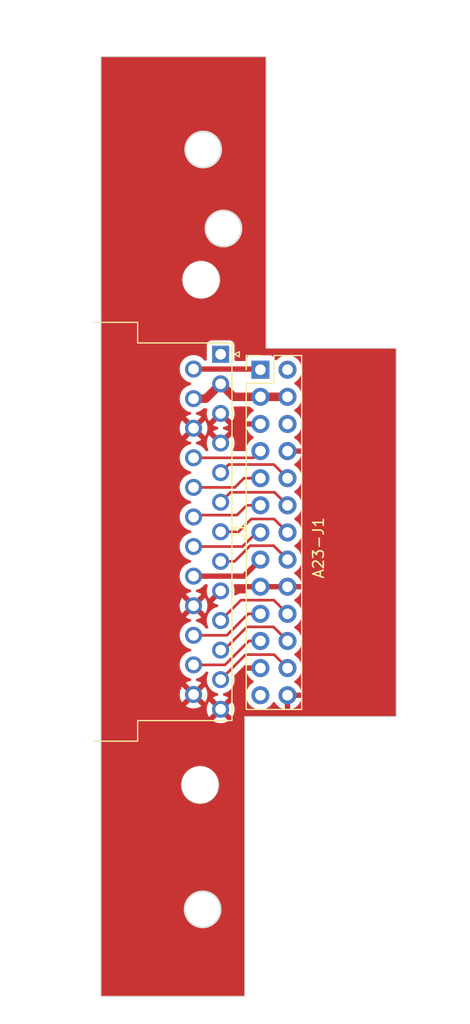
<source format=kicad_pcb>
(kicad_pcb (version 20221018) (generator pcbnew)
  (layers (0 "F.Cu" signal) (31 "B.Cu" signal) (34 "B.Paste" user) (35 "F.Paste" user) (36 "B.SilkS" user "B.Silkscreen") (37 "F.SilkS" user "F.Silkscreen") (38 "B.Mask" user) (39 "F.Mask" user) (44 "Edge.Cuts" user))
  (net 0 "")
  (net 1 "+5V")
  (net 2 "GND")
  (net 3 "POD6")
  (net 4 "POD4")
  (net 5 "POD2")
  (net 6 "POD0")
  (net 7 "~{PODSYNC}")
  (net 8 "PODPWRFAIL")
  (net 9 "~{MAINSTAT}")
  (net 10 "+12V")
  (net 11 "POD7")
  (net 12 "POD5")
  (net 13 "POD3")
  (net 14 "POD1")
  (net 15 "-5V")
  (net 16 "~{PODRESET}")
  (net 17 "~{PODSTAT}")
  (footprint "68KCPU:PinHeader_2x13_P2.54mm_Vertical_Fluke_Numbering" (layer "F.Cu") (at 74.96 80.72)
    (fp_text reference "A23-J1" (at 5.44 16.68 90) (layer "F.SilkS"))
    (fp_text value "A23-J1_Connector")
    (fp_line (start -1.33 -1.33) (end 0 -1.33) (stroke (width 0.12)) (layer "F.SilkS"))
    (fp_line (start -1.33 0) (end -1.33 -1.33) (stroke (width 0.12)) (layer "F.SilkS"))
    (fp_line (start -1.33 1.27) (end -1.33 31.81) (stroke (width 0.12)) (layer "F.SilkS"))
    (fp_line (start -1.33 1.27) (end 1.27 1.27) (stroke (width 0.12)) (layer "F.SilkS"))
    (fp_line (start -1.33 31.81) (end 3.87 31.81) (stroke (width 0.12)) (layer "F.SilkS"))
    (fp_line (start 1.27 -1.33) (end 3.87 -1.33) (stroke (width 0.12)) (layer "F.SilkS"))
    (fp_line (start 1.27 1.27) (end 1.27 -1.33) (stroke (width 0.12)) (layer "F.SilkS"))
    (fp_line (start 3.87 -1.33) (end 3.87 31.81) (stroke (width 0.12)) (layer "F.SilkS"))
    (pad "1" thru_hole oval (at 2.54 0) (size 1.7 1.7) (drill 1) (layers "*.Cu" "*.Mask"))
    (pad "2" thru_hole oval (at 2.54 2.54) (size 1.7 1.7) (drill 1) (layers "*.Cu" "*.Mask") (net 1 "+5V"))
    (pad "3" thru_hole oval (at 2.54 5.08) (size 1.7 1.7) (drill 1) (layers "*.Cu" "*.Mask"))
    (pad "4" thru_hole oval (at 2.54 7.62) (size 1.7 1.7) (drill 1) (layers "*.Cu" "*.Mask") (net 2 "GND"))
    (pad "5" thru_hole oval (at 2.54 10.16) (size 1.7 1.7) (drill 1) (layers "*.Cu" "*.Mask") (net 3 "POD6"))
    (pad "6" thru_hole oval (at 2.54 12.7) (size 1.7 1.7) (drill 1) (layers "*.Cu" "*.Mask") (net 4 "POD4"))
    (pad "7" thru_hole oval (at 2.54 15.24) (size 1.7 1.7) (drill 1) (layers "*.Cu" "*.Mask") (net 5 "POD2"))
    (pad "8" thru_hole oval (at 2.54 17.78) (size 1.7 1.7) (drill 1) (layers "*.Cu" "*.Mask") (net 6 "POD0"))
    (pad "9" thru_hole oval (at 2.54 20.32) (size 1.7 1.7) (drill 1) (layers "*.Cu" "*.Mask") (net 2 "GND"))
    (pad "10" thru_hole oval (at 2.54 22.86) (size 1.7 1.7) (drill 1) (layers "*.Cu" "*.Mask") (net 7 "~{PODSYNC}"))
    (pad "11" thru_hole oval (at 2.54 25.4) (size 1.7 1.7) (drill 1) (layers "*.Cu" "*.Mask") (net 8 "PODPWRFAIL"))
    (pad "12" thru_hole oval (at 2.54 27.94) (size 1.7 1.7) (drill 1) (layers "*.Cu" "*.Mask") (net 9 "~{MAINSTAT}"))
    (pad "13" thru_hole oval (at 2.54 30.48) (size 1.7 1.7) (drill 1) (layers "*.Cu" "*.Mask") (net 2 "GND"))
    (pad "14" thru_hole rect (at 0 0) (size 1.7 1.7) (drill 1) (layers "*.Cu" "*.Mask") (net 10 "+12V"))
    (pad "15" thru_hole oval (at 0 2.54) (size 1.7 1.7) (drill 1) (layers "*.Cu" "*.Mask") (net 1 "+5V"))
    (pad "16" thru_hole oval (at 0 5.08) (size 1.7 1.7) (drill 1) (layers "*.Cu" "*.Mask") (net 2 "GND"))
    (pad "17" thru_hole oval (at 0 7.62) (size 1.7 1.7) (drill 1) (layers "*.Cu" "*.Mask") (net 11 "POD7"))
    (pad "18" thru_hole oval (at 0 10.16) (size 1.7 1.7) (drill 1) (layers "*.Cu" "*.Mask") (net 12 "POD5"))
    (pad "19" thru_hole oval (at 0 12.7) (size 1.7 1.7) (drill 1) (layers "*.Cu" "*.Mask") (net 13 "POD3"))
    (pad "20" thru_hole oval (at 0 15.24) (size 1.7 1.7) (drill 1) (layers "*.Cu" "*.Mask") (net 14 "POD1"))
    (pad "21" thru_hole oval (at 0 17.78) (size 1.7 1.7) (drill 1) (layers "*.Cu" "*.Mask") (net 15 "-5V"))
    (pad "22" thru_hole oval (at 0 20.32) (size 1.7 1.7) (drill 1) (layers "*.Cu" "*.Mask") (net 2 "GND"))
    (pad "23" thru_hole oval (at 0 22.86) (size 1.7 1.7) (drill 1) (layers "*.Cu" "*.Mask") (net 16 "~{PODRESET}"))
    (pad "24" thru_hole oval (at 0 25.4) (size 1.7 1.7) (drill 1) (layers "*.Cu" "*.Mask") (net 17 "~{PODSTAT}"))
    (pad "25" thru_hole oval (at 0 27.94) (size 1.7 1.7) (drill 1) (layers "*.Cu" "*.Mask") (net 2 "GND"))
    (pad "26" thru_hole oval (at 0 30.48) (size 1.7 1.7) (drill 1) (layers "*.Cu" "*.Mask"))
  )
  (footprint "Connector_Dsub:DSUB-25_Male_Horizontal_P2.77x2.54mm_EdgePinOffset9.40mm" (layer "F.Cu") (at 71.230331 79.275 -90)
    (fp_text reference "J1" (at 16.62 -1.8 90) (layer "F.SilkS"))
    (fp_text value "DB25_Plug")
    (fp_line (start -2.99 7.78) (end -1.06 7.78) (stroke (width 0.12)) (layer "F.SilkS"))
    (fp_line (start -2.99 11.88) (end -2.99 7.78) (stroke (width 0.12)) (layer "F.SilkS"))
    (fp_line (start -1.06 -1.06) (end 34.3 -1.06) (stroke (width 0.12)) (layer "F.SilkS"))
    (fp_line (start -1.06 7.78) (end -1.06 -1.06) (stroke (width 0.12)) (layer "F.SilkS"))
    (fp_line (start -0.25 -1.754338) (end 0.25 -1.754338) (stroke (width 0.12)) (layer "F.SilkS"))
    (fp_line (start 0 -1.321325) (end -0.25 -1.754338) (stroke (width 0.12)) (layer "F.SilkS"))
    (fp_line (start 0.25 -1.754338) (end 0 -1.321325) (stroke (width 0.12)) (layer "F.SilkS"))
    (fp_line (start 34.3 -1.06) (end 34.3 7.78) (stroke (width 0.12)) (layer "F.SilkS"))
    (fp_line (start 34.3 7.78) (end 36.23 7.78) (stroke (width 0.12)) (layer "F.SilkS"))
    (fp_line (start 36.23 7.78) (end 36.23 11.88) (stroke (width 0.12)) (layer "F.SilkS"))
    (pad "1" thru_hole rect (at 0 0 270) (size 1.6 1.6) (drill 1) (layers "*.Cu" "*.Mask"))
    (pad "2" thru_hole circle (at 2.77 0 270) (size 1.6 1.6) (drill 1) (layers "*.Cu" "*.Mask") (net 1 "+5V"))
    (pad "3" thru_hole circle (at 5.54 0 270) (size 1.6 1.6) (drill 1) (layers "*.Cu" "*.Mask") (net 2 "GND"))
    (pad "4" thru_hole circle (at 8.31 0 270) (size 1.6 1.6) (drill 1) (layers "*.Cu" "*.Mask") (net 2 "GND"))
    (pad "5" thru_hole circle (at 11.08 0 270) (size 1.6 1.6) (drill 1) (layers "*.Cu" "*.Mask") (net 3 "POD6"))
    (pad "6" thru_hole circle (at 13.85 0 270) (size 1.6 1.6) (drill 1) (layers "*.Cu" "*.Mask") (net 4 "POD4"))
    (pad "7" thru_hole circle (at 16.62 0 270) (size 1.6 1.6) (drill 1) (layers "*.Cu" "*.Mask") (net 5 "POD2"))
    (pad "8" thru_hole circle (at 19.39 0 270) (size 1.6 1.6) (drill 1) (layers "*.Cu" "*.Mask") (net 6 "POD0"))
    (pad "9" thru_hole circle (at 22.16 0 270) (size 1.6 1.6) (drill 1) (layers "*.Cu" "*.Mask") (net 2 "GND"))
    (pad "10" thru_hole circle (at 24.93 0 270) (size 1.6 1.6) (drill 1) (layers "*.Cu" "*.Mask") (net 7 "~{PODSYNC}"))
    (pad "11" thru_hole circle (at 27.7 0 270) (size 1.6 1.6) (drill 1) (layers "*.Cu" "*.Mask") (net 8 "PODPWRFAIL"))
    (pad "12" thru_hole circle (at 30.47 0 270) (size 1.6 1.6) (drill 1) (layers "*.Cu" "*.Mask") (net 9 "~{MAINSTAT}"))
    (pad "13" thru_hole circle (at 33.24 0 270) (size 1.6 1.6) (drill 1) (layers "*.Cu" "*.Mask") (net 2 "GND"))
    (pad "14" thru_hole circle (at 1.385 2.54 270) (size 1.6 1.6) (drill 1) (layers "*.Cu" "*.Mask") (net 10 "+12V"))
    (pad "15" thru_hole circle (at 4.155 2.54 270) (size 1.6 1.6) (drill 1) (layers "*.Cu" "*.Mask") (net 1 "+5V"))
    (pad "16" thru_hole circle (at 6.925 2.54 270) (size 1.6 1.6) (drill 1) (layers "*.Cu" "*.Mask") (net 2 "GND"))
    (pad "17" thru_hole circle (at 9.695 2.54 270) (size 1.6 1.6) (drill 1) (layers "*.Cu" "*.Mask") (net 11 "POD7"))
    (pad "18" thru_hole circle (at 12.465 2.54 270) (size 1.6 1.6) (drill 1) (layers "*.Cu" "*.Mask") (net 12 "POD5"))
    (pad "19" thru_hole circle (at 15.235 2.54 270) (size 1.6 1.6) (drill 1) (layers "*.Cu" "*.Mask") (net 13 "POD3"))
    (pad "20" thru_hole circle (at 18.005 2.54 270) (size 1.6 1.6) (drill 1) (layers "*.Cu" "*.Mask") (net 14 "POD1"))
    (pad "21" thru_hole circle (at 20.775 2.54 270) (size 1.6 1.6) (drill 1) (layers "*.Cu" "*.Mask") (net 15 "-5V"))
    (pad "22" thru_hole circle (at 23.545 2.54 270) (size 1.6 1.6) (drill 1) (layers "*.Cu" "*.Mask") (net 2 "GND"))
    (pad "23" thru_hole circle (at 26.315 2.54 270) (size 1.6 1.6) (drill 1) (layers "*.Cu" "*.Mask") (net 16 "~{PODRESET}"))
    (pad "24" thru_hole circle (at 29.085 2.54 270) (size 1.6 1.6) (drill 1) (layers "*.Cu" "*.Mask") (net 17 "~{PODSTAT}"))
    (pad "25" thru_hole circle (at 31.855 2.54 270) (size 1.6 1.6) (drill 1) (layers "*.Cu" "*.Mask") (net 2 "GND"))
  )
  (gr_circle (center 69.3 119.6) (end 69.3 117.85) (stroke (width 0.05)) (fill none) (layer "Edge.Cuts"))
  (gr_line (start 75.5 78.7) (end 75.5 51.4) (stroke (width 0.1)) (layer "Edge.Cuts"))
  (gr_circle (center 69.542644 131.25) (end 71.2397 131.25) (stroke (width 0.15)) (fill none) (layer "Edge.Cuts"))
  (gr_line (start 73.5 139.4) (end 60 139.4) (stroke (width 0.1)) (layer "Edge.Cuts"))
  (gr_line (start 87.7 113.2) (end 87.7 78.7) (stroke (width 0.1)) (layer "Edge.Cuts"))
  (gr_circle (center 69.4 72.3) (end 69.4 70.55) (stroke (width 0.05)) (fill none) (layer "Edge.Cuts"))
  (gr_line (start 60 139.4) (end 60 51.4) (stroke (width 0.1)) (layer "Edge.Cuts"))
  (gr_line (start 60 51.4) (end 75.5 51.4) (stroke (width 0.1)) (layer "Edge.Cuts"))
  (gr_line (start 75.5 78.7) (end 87.7 78.7) (stroke (width 0.1)) (layer "Edge.Cuts"))
  (gr_circle (center 69.592644 60.1) (end 71.2897 60.1) (stroke (width 0.15)) (fill none) (layer "Edge.Cuts"))
  (gr_line (start 73.5 113.2) (end 73.5 139.4) (stroke (width 0.1)) (layer "Edge.Cuts"))
  (gr_line (start 73.5 113.2) (end 87.7 113.2) (stroke (width 0.1)) (layer "Edge.Cuts"))
  (gr_circle (center 71.492644 67.5) (end 73.1897 67.5) (stroke (width 0.15)) (fill none) (layer "Edge.Cuts"))
  (segment (start 94.6047 80.775) (end 94.618888 80.775) (width 0) (layer "F.Cu") (net 0))
  (segment (start 69.845331 83.43) (end 71.230331 82.045) (width 0.8) (layer "F.Cu") (net 1))
  (segment (start 72.445331 83.26) (end 74.96 83.26) (width 0.8) (layer "F.Cu") (net 1))
  (segment (start 71.230331 82.045) (end 72.445331 83.26) (width 0.8) (layer "F.Cu") (net 1))
  (segment (start 74.96 83.26) (end 77.5 83.26) (width 0.8) (layer "F.Cu") (net 1))
  (segment (start 68.690331 83.43) (end 69.845331 83.43) (width 0.8) (layer "F.Cu") (net 1))
  (segment (start 71.985331 89.6) (end 76.22 89.6) (width 0.25) (layer "F.Cu") (net 3))
  (segment (start 71.230331 90.355) (end 71.985331 89.6) (width 0.25) (layer "F.Cu") (net 3))
  (segment (start 76.22 89.6) (end 77.5 90.88) (width 0.25) (layer "F.Cu") (net 3))
  (segment (start 71.230331 93.125) (end 72.155331 92.2) (width 0.25) (layer "F.Cu") (net 4))
  (segment (start 76.28 92.2) (end 77.5 93.42) (width 0.25) (layer "F.Cu") (net 4))
  (segment (start 72.155331 92.2) (end 76.28 92.2) (width 0.25) (layer "F.Cu") (net 4))
  (segment (start 72.905 95.895) (end 74.1 94.7) (width 0.25) (layer "F.Cu") (net 5))
  (segment (start 74.1 94.7) (end 76.24 94.7) (width 0.25) (layer "F.Cu") (net 5))
  (segment (start 71.230331 95.895) (end 72.905 95.895) (width 0.25) (layer "F.Cu") (net 5))
  (segment (start 76.24 94.7) (end 77.5 95.96) (width 0.25) (layer "F.Cu") (net 5))
  (segment (start 72.535 98.665) (end 74 97.2) (width 0.25) (layer "F.Cu") (net 6))
  (segment (start 71.230331 98.665) (end 72.535 98.665) (width 0.25) (layer "F.Cu") (net 6))
  (segment (start 74 97.2) (end 76.2 97.2) (width 0.25) (layer "F.Cu") (net 6))
  (segment (start 76.2 97.2) (end 77.5 98.5) (width 0.25) (layer "F.Cu") (net 6))
  (segment (start 76.22 102.3) (end 77.5 103.58) (width 0.25) (layer "F.Cu") (net 7))
  (segment (start 73.135331 102.3) (end 76.22 102.3) (width 0.25) (layer "F.Cu") (net 7))
  (segment (start 71.230331 104.205) (end 73.135331 102.3) (width 0.25) (layer "F.Cu") (net 7))
  (segment (start 73.7 104.8) (end 76.18 104.8) (width 0.25) (layer "F.Cu") (net 8))
  (segment (start 71.525 106.975) (end 73.7 104.8) (width 0.25) (layer "F.Cu") (net 8))
  (segment (start 76.18 104.8) (end 77.5 106.12) (width 0.25) (layer "F.Cu") (net 8))
  (segment (start 71.230331 106.975) (end 71.525 106.975) (width 0.25) (layer "F.Cu") (net 8))
  (segment (start 73.575331 107.4) (end 76.24 107.4) (width 0.25) (layer "F.Cu") (net 9))
  (segment (start 76.24 107.4) (end 77.5 108.66) (width 0.25) (layer "F.Cu") (net 9))
  (segment (start 71.230331 109.745) (end 73.575331 107.4) (width 0.25) (layer "F.Cu") (net 9))
  (segment (start 74.9 80.66) (end 74.96 80.72) (width 0.5) (layer "F.Cu") (net 10))
  (segment (start 68.690331 80.66) (end 74.9 80.66) (width 0.5) (layer "F.Cu") (net 10))
  (segment (start 68.690331 88.97) (end 74.33 88.97) (width 0.25) (layer "F.Cu") (net 11))
  (segment (start 74.33 88.97) (end 74.96 88.34) (width 0.25) (layer "F.Cu") (net 11))
  (segment (start 68.690331 91.74) (end 72.56 91.74) (width 0.25) (layer "F.Cu") (net 12))
  (segment (start 72.56 91.74) (end 73.42 90.88) (width 0.25) (layer "F.Cu") (net 12))
  (segment (start 73.42 90.88) (end 74.96 90.88) (width 0.25) (layer "F.Cu") (net 12))
  (segment (start 72.764501 94.335499) (end 73.68 93.42) (width 0.25) (layer "F.Cu") (net 13))
  (segment (start 73.68 93.42) (end 74.96 93.42) (width 0.25) (layer "F.Cu") (net 13))
  (segment (start 68.864832 94.335499) (end 72.764501 94.335499) (width 0.25) (layer "F.Cu") (net 13))
  (segment (start 68.690331 94.51) (end 68.864832 94.335499) (width 0.25) (layer "F.Cu") (net 13))
  (segment (start 74.60431 95.96) (end 74.96 95.96) (width 0.25) (layer "F.Cu") (net 14))
  (segment (start 68.690331 97.28) (end 73.28431 97.28) (width 0.25) (layer "F.Cu") (net 14))
  (segment (start 73.28431 97.28) (end 74.60431 95.96) (width 0.25) (layer "F.Cu") (net 14))
  (segment (start 73.41 100.05) (end 74.96 98.5) (width 0.5) (layer "F.Cu") (net 15))
  (segment (start 68.690331 100.05) (end 73.41 100.05) (width 0.5) (layer "F.Cu") (net 15))
  (segment (start 71.81 105.59) (end 73.82 103.58) (width 0.25) (layer "F.Cu") (net 16))
  (segment (start 68.690331 105.59) (end 71.81 105.59) (width 0.25) (layer "F.Cu") (net 16))
  (segment (start 73.82 103.58) (end 74.96 103.58) (width 0.25) (layer "F.Cu") (net 16))
  (segment (start 71.64 108.36) (end 73.88 106.12) (width 0.25) (layer "F.Cu") (net 17))
  (segment (start 68.690331 108.36) (end 71.64 108.36) (width 0.25) (layer "F.Cu") (net 17))
  (segment (start 73.88 106.12) (end 74.96 106.12) (width 0.25) (layer "F.Cu") (net 17))
  (zone (net 2) (net_name "GND") (layer "F.Cu") (connect_pads (clearance 0.5)) (min_thickness 0.25) (fill yes (thermal_gap 0.5) (thermal_bridge_width 0.5))
    (polygon (pts (xy 57.8 49.8) (xy 91.1 49.8) (xy 91.2 49.9) (xy 91.2 142) (xy 55.2 142) (xy 55.1 141.9) (xy 55.1 50) (xy 55.4 49.7) (xy 57.9 49.7)))
  )
)
</source>
